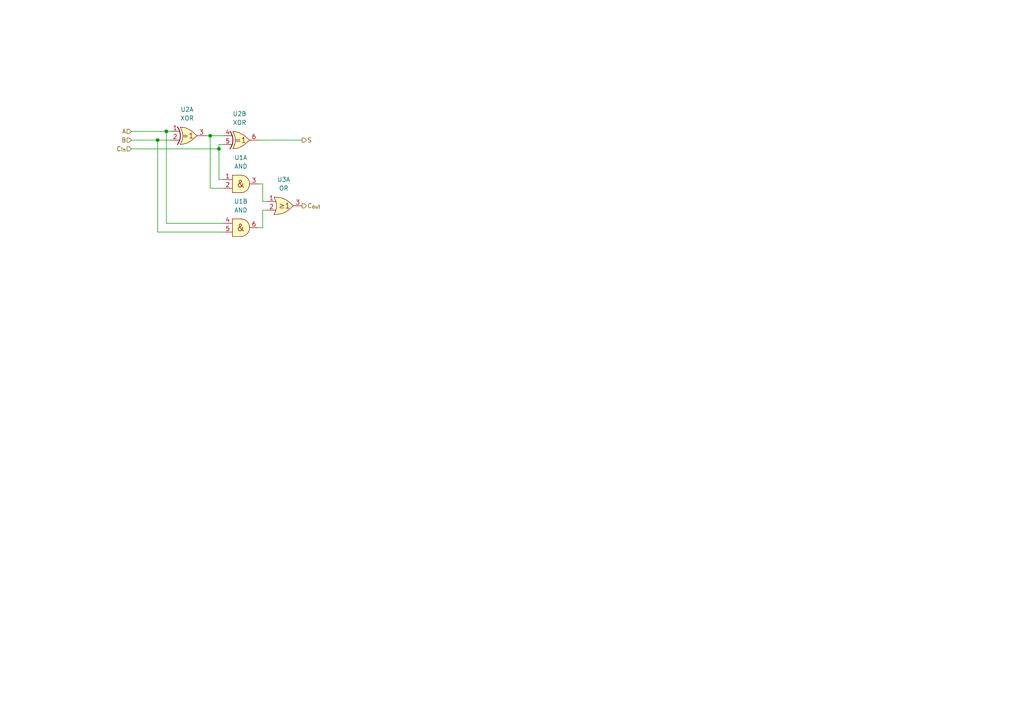
<source format=kicad_sch>
(kicad_sch (version 20230121) (generator eeschema)
  (paper "A4")
  (lib_symbols
    (symbol "small_logic:AND"
      (property "Reference" "U" (at 2.54 8.89 0))
      (property "Value" "AND" (at 2.54 6.35 0))
      (symbol "AND_1_1"
        (polyline (pts (xy 0.0873 2.54) (xy -2.4527 2.54) (xy -2.4527 -2.54) (xy 0.0873 -2.54)) (fill (type background)))
        (arc (start 0.0873 -2.54) (mid 2.5415 0) (end 0.0873 2.54) (fill (type background)))
        (text "&" (at 0 0 0) (effects (font (size 2 2))))
        (pin input line (at -5.08 1.27 0) (length 2.54) (name "") (number "1"))
        (pin input line (at -5.08 -1.27 0) (length 2.54) (name "") (number "2"))
        (pin output line (at 5.08 0 180) (length 2.54) (name "") (number "3"))
      )
      (symbol "AND_2_1"
        (polyline (pts (xy 0.0873 2.54) (xy -2.4527 2.54) (xy -2.4527 -2.54) (xy 0.0873 -2.54)) (fill (type background)))
        (arc (start 0.0873 -2.54) (mid 2.5415 0) (end 0.0873 2.54) (fill (type background)))
        (text "&" (at 0 0 0) (effects (font (size 2 2))))
        (pin input line (at -5.08 1.27 0) (length 2.54) (name "") (number "4"))
        (pin input line (at -5.08 -1.27 0) (length 2.54) (name "") (number "5"))
        (pin output line (at 5.08 0 180) (length 2.54) (name "") (number "6"))
      )
      (symbol "AND_3_1"
        (polyline (pts (xy 0.0873 2.54) (xy -2.4527 2.54) (xy -2.4527 -2.54) (xy 0.0873 -2.54)) (fill (type background)))
        (arc (start 0.0873 -2.54) (mid 2.5415 0) (end 0.0873 2.54) (fill (type background)))
        (text "&" (at 0 0 0) (effects (font (size 2 2))))
        (pin input line (at -5.08 -1.27 0) (length 2.54) (name "") (number "10"))
        (pin output line (at 5.08 0 180) (length 2.54) (name "") (number "8"))
        (pin input line (at -5.08 1.27 0) (length 2.54) (name "") (number "9"))
      )
      (symbol "AND_4_1"
        (polyline (pts (xy 0.0873 2.54) (xy -2.4527 2.54) (xy -2.4527 -2.54) (xy 0.0873 -2.54)) (fill (type background)))
        (arc (start 0.0873 -2.54) (mid 2.5415 0) (end 0.0873 2.54) (fill (type background)))
        (text "&" (at 0 0 0) (effects (font (size 2 2))))
        (pin output line (at 5.08 0 180) (length 2.54) (name "") (number "11"))
        (pin input line (at -5.08 1.27 0) (length 2.54) (name "") (number "12"))
        (pin input line (at -5.08 -1.27 0) (length 2.54) (name "") (number "13"))
      )
      (symbol "AND_5_1"
        (rectangle (start -2.54 5.08) (end 2.54 -5.08) (fill (type background)))
        (pin power_in line (at 0 7.62 270) (length 2.54) (name "VCC") (number "14"))
        (pin power_in line (at 0 -7.62 90) (length 2.54) (name "GND") (number "7"))
      )
    )
    (symbol "small_logic:OR"
      (property "Reference" "U" (at 2.54 8.89 0))
      (property "Value" "OR" (at 2.54 6.35 0))
      (symbol "OR_1_1"
        (polyline (pts (xy -3.048 2.54) (xy -2.54 1.27) (xy -2.286 0) (xy -2.54 -1.27) (xy -3.048 -2.54) (xy -0.762 -2.286) (xy 0.762 -1.524) (xy 2.54 0) (xy 0.762 1.524) (xy -0.762 2.286) (xy -3.048 2.54)) (fill (type background)))
        (text "≥1" (at -0.0945 0 0) (effects (font (size 1.5 1.5))))
        (pin input line (at -5.08 1.27 0) (length 2.54) (name "") (number "1"))
        (pin input line (at -5.08 -1.27 0) (length 2.54) (name "") (number "2"))
        (pin output line (at 5.08 0 180) (length 2.54) (name "") (number "3"))
      )
      (symbol "OR_2_1"
        (polyline (pts (xy -3.048 2.54) (xy -2.54 1.27) (xy -2.286 0) (xy -2.54 -1.27) (xy -3.048 -2.54) (xy -0.762 -2.286) (xy 0.762 -1.524) (xy 2.54 0) (xy 0.762 1.524) (xy -0.762 2.286) (xy -3.048 2.54)) (fill (type background)))
        (text "≥1" (at -0.0943 0 0) (effects (font (size 1.5 1.5))))
        (pin input line (at -5.08 1.27 0) (length 2.54) (name "") (number "4"))
        (pin input line (at -5.08 -1.27 0) (length 2.54) (name "") (number "5"))
        (pin output line (at 5.08 0 180) (length 2.54) (name "") (number "6"))
      )
      (symbol "OR_3_1"
        (polyline (pts (xy -3.048 2.54) (xy -2.54 1.27) (xy -2.286 0) (xy -2.54 -1.27) (xy -3.048 -2.54) (xy -0.762 -2.286) (xy 0.762 -1.524) (xy 2.54 0) (xy 0.762 1.524) (xy -0.762 2.286) (xy -3.048 2.54)) (fill (type background)))
        (text "≥1" (at -0.0943 0 0) (effects (font (size 1.5 1.5))))
        (pin input line (at -5.08 -1.27 0) (length 2.54) (name "") (number "10"))
        (pin output line (at 5.08 0 180) (length 2.54) (name "") (number "8"))
        (pin input line (at -5.08 1.27 0) (length 2.54) (name "") (number "9"))
      )
      (symbol "OR_4_1"
        (polyline (pts (xy -3.048 2.54) (xy -2.54 1.27) (xy -2.286 0) (xy -2.54 -1.27) (xy -3.048 -2.54) (xy -0.762 -2.286) (xy 0.762 -1.524) (xy 2.54 0) (xy 0.762 1.524) (xy -0.762 2.286) (xy -3.048 2.54)) (fill (type background)))
        (text "≥1" (at -0.0943 0 0) (effects (font (size 1.5 1.5))))
        (pin output line (at 5.08 0 180) (length 2.54) (name "") (number "11"))
        (pin input line (at -5.08 1.27 0) (length 2.54) (name "") (number "12"))
        (pin input line (at -5.08 -1.27 0) (length 2.54) (name "") (number "13"))
      )
      (symbol "OR_5_1"
        (rectangle (start -2.54 5.08) (end 2.54 -5.08) (fill (type background)))
        (pin power_in line (at 0 7.62 270) (length 2.54) (name "VCC") (number "14"))
        (pin power_in line (at 0 -7.62 90) (length 2.54) (name "GND") (number "7"))
      )
    )
    (symbol "small_logic:XOR"
      (property "Reference" "U" (at 2.54 8.89 0))
      (property "Value" "XOR" (at 2.54 6.35 0))
      (symbol "XOR_1_1"
        (arc (start -3.1425 -2.54) (mid -2.3106 0) (end -3.1425 2.54) (stroke (width 0.25)))
        (polyline (pts (xy -2.286 2.54) (xy -1.778 1.27) (xy -1.524 0) (xy -1.778 -1.27) (xy -2.286 -2.54) (xy -0.762 -2.286) (xy 0.762 -1.524) (xy 2.54 0) (xy 0.762 1.524) (xy -0.762 2.286) (xy -2.286 2.54)) (fill (type background)))
        (text "=1" (at -0.0945 0 0) (effects (font (size 1.5 1.5))))
        (pin input line (at -5.08 1.27 0) (length 2.54) (name "") (number "1"))
        (pin input line (at -5.08 -1.27 0) (length 2.54) (name "") (number "2"))
        (pin output line (at 5.08 0 180) (length 2.54) (name "") (number "3"))
      )
      (symbol "XOR_2_1"
        (arc (start -3.1423 -2.54) (mid -2.3104 0) (end -3.1423 2.54) (stroke (width 0.25)))
        (polyline (pts (xy -2.2858 2.54) (xy -1.7778 1.27) (xy -1.5238 0) (xy -1.7778 -1.27) (xy -2.2858 -2.54) (xy -0.7618 -2.286) (xy 0.7622 -1.524) (xy 2.5402 0) (xy 0.7622 1.524) (xy -0.7618 2.286) (xy -2.2858 2.54)) (fill (type background)))
        (text "=1" (at -0.0943 0 0) (effects (font (size 1.5 1.5))))
        (pin input line (at -5.08 1.27 0) (length 2.54) (name "") (number "4"))
        (pin input line (at -5.08 -1.27 0) (length 2.54) (name "") (number "5"))
        (pin output line (at 5.08 0 180) (length 2.54) (name "") (number "6"))
      )
      (symbol "XOR_3_1"
        (arc (start -3.1423 -2.54) (mid -2.3104 0) (end -3.1423 2.54) (stroke (width 0.25)))
        (polyline (pts (xy -2.2858 2.54) (xy -1.7778 1.27) (xy -1.5238 0) (xy -1.7778 -1.27) (xy -2.2858 -2.54) (xy -0.7618 -2.286) (xy 0.7622 -1.524) (xy 2.5402 0) (xy 0.7622 1.524) (xy -0.7618 2.286) (xy -2.2858 2.54)) (fill (type background)))
        (text "=1" (at -0.0943 0 0) (effects (font (size 1.5 1.5))))
        (pin input line (at -5.08 -1.27 0) (length 2.54) (name "") (number "10"))
        (pin output line (at 5.08 0 180) (length 2.54) (name "") (number "8"))
        (pin input line (at -5.08 1.27 0) (length 2.54) (name "") (number "9"))
      )
      (symbol "XOR_4_1"
        (arc (start -3.1423 -2.54) (mid -2.3104 0) (end -3.1423 2.54) (stroke (width 0.25)))
        (polyline (pts (xy -2.2858 2.54) (xy -1.7778 1.27) (xy -1.5238 0) (xy -1.7778 -1.27) (xy -2.2858 -2.54) (xy -0.7618 -2.286) (xy 0.7622 -1.524) (xy 2.5402 0) (xy 0.7622 1.524) (xy -0.7618 2.286) (xy -2.2858 2.54)) (fill (type background)))
        (text "=1" (at -0.0943 0 0) (effects (font (size 1.5 1.5))))
        (pin output line (at 5.08 0 180) (length 2.54) (name "") (number "11"))
        (pin input line (at -5.08 1.27 0) (length 2.54) (name "") (number "12"))
        (pin input line (at -5.08 -1.27 0) (length 2.54) (name "") (number "13"))
      )
      (symbol "XOR_5_1"
        (rectangle (start -2.54 5.08) (end 2.54 -5.08) (fill (type background)))
        (pin power_in line (at 0 7.62 270) (length 2.54) (name "VCC") (number "14"))
        (pin power_in line (at 0 -7.62 90) (length 2.54) (name "GND") (number "7"))
      )
    )
  )
  (junction (at 60.96 39.37))
  (junction (at 63.5 43.18))
  (junction (at 45.72 40.64))
  (junction (at 48.26 38.1))
  (wire (pts (xy 76.2 60.96) (xy 77.47 60.96)))
  (wire (pts (xy 63.5 41.91) (xy 63.5 43.18)))
  (wire (pts (xy 45.72 40.64) (xy 49.53 40.64)))
  (wire (pts (xy 74.93 66.04) (xy 76.2 66.04)))
  (wire (pts (xy 38.1 43.18) (xy 63.5 43.18)))
  (wire (pts (xy 60.96 39.37) (xy 64.77 39.37)))
  (wire (pts (xy 59.69 39.37) (xy 60.96 39.37)))
  (wire (pts (xy 38.1 38.1) (xy 48.26 38.1)))
  (wire (pts (xy 60.96 54.61) (xy 64.77 54.61)))
  (wire (pts (xy 64.77 67.31) (xy 45.72 67.31)))
  (wire (pts (xy 48.26 38.1) (xy 48.26 64.77)))
  (wire (pts (xy 76.2 53.34) (xy 74.93 53.34)))
  (wire (pts (xy 63.5 52.07) (xy 64.77 52.07)))
  (wire (pts (xy 63.5 43.18) (xy 63.5 52.07)))
  (wire (pts (xy 38.1 40.64) (xy 45.72 40.64)))
  (wire (pts (xy 48.26 64.77) (xy 64.77 64.77)))
  (wire (pts (xy 48.26 38.1) (xy 49.53 38.1)))
  (wire (pts (xy 45.72 67.31) (xy 45.72 40.64)))
  (wire (pts (xy 64.77 41.91) (xy 63.5 41.91)))
  (wire (pts (xy 60.96 39.37) (xy 60.96 54.61)))
  (wire (pts (xy 74.93 40.64) (xy 87.63 40.64)))
  (wire (pts (xy 76.2 66.04) (xy 76.2 60.96)))
  (wire (pts (xy 77.47 58.42) (xy 76.2 58.42)))
  (wire (pts (xy 76.2 58.42) (xy 76.2 53.34)))
  (hierarchical_label "S" (shape output) (at 87.63 40.64 0))
  (hierarchical_label "C_{out}" (shape output) (at 87.63 59.69 0))
  (hierarchical_label "A" (shape input) (at 38.1 38.1 180))
  (hierarchical_label "C_{in}" (shape input) (at 38.1 43.18 180))
  (hierarchical_label "B" (shape input) (at 38.1 40.64 180))
  (symbol (lib_id "small_logic:AND") (at 69.85 66.04 0) (unit 2)
    (property "Reference" "U1" (at 69.8507 58.42 0))
    (property "Value" "AND" (at 69.8507 60.96 0))
    (property "Footprint" "Package_DIP:DIP-14_W7.62mm_Socket" (effects hide))
    (instances (project "main" (path "" (reference "U1") (unit 2)) (path "" (reference "AND1") (unit 2)) (path "" (reference "AND1") (unit 4)) (path "" (reference "AND2") (unit 2)) (path "" (reference "AND2") (unit 4)) (path "" (reference "AND3") (unit 4)) (path "" (reference "AND3") (unit 2)) (path "" (reference "AND4") (unit 2)) (path "" (reference "AND4") (unit 4))))
  )
  (symbol (lib_id "small_logic:AND") (at 69.85 53.34 0) (unit 1)
    (property "Reference" "U1" (at 69.8507 45.72 0))
    (property "Value" "AND" (at 69.8507 48.26 0))
    (property "Footprint" "Package_DIP:DIP-14_W7.62mm_Socket" (effects hide))
    (instances (project "main" (path "" (reference "U1") (unit 1)) (path "" (reference "AND1") (unit 1)) (path "" (reference "AND1") (unit 3)) (path "" (reference "AND2") (unit 1)) (path "" (reference "AND2") (unit 3)) (path "" (reference "AND3") (unit 3)) (path "" (reference "AND3") (unit 1)) (path "" (reference "AND4") (unit 1)) (path "" (reference "AND4") (unit 3))))
  )
  (symbol (lib_id "small_logic:XOR") (at 54.61 39.37 0) (unit 1)
    (property "Reference" "U2" (at 54.2462 31.75 0))
    (property "Value" "XOR" (at 54.2462 34.29 0))
    (property "Footprint" "Package_DIP:DIP-14_W7.62mm_Socket" (effects hide))
    (instances (project "main" (path "" (reference "U2") (unit 1)) (path "" (reference "XOR1") (unit 1)) (path "" (reference "XOR1") (unit 3)) (path "" (reference "XOR2") (unit 1)) (path "" (reference "XOR2") (unit 3)) (path "" (reference "XOR3") (unit 3)) (path "" (reference "XOR3") (unit 1)) (path "" (reference "XOR4") (unit 1)) (path "" (reference "XOR4") (unit 3))))
  )
  (symbol (lib_id "small_logic:XOR") (at 69.85 40.64 0) (unit 2)
    (property "Reference" "U2" (at 69.4864 33.02 0))
    (property "Value" "XOR" (at 69.4864 35.56 0))
    (property "Footprint" "Package_DIP:DIP-14_W7.62mm_Socket" (effects hide))
    (instances (project "main" (path "" (reference "U2") (unit 2)) (path "" (reference "XOR1") (unit 2)) (path "" (reference "XOR1") (unit 4)) (path "" (reference "XOR2") (unit 2)) (path "" (reference "XOR2") (unit 4)) (path "" (reference "XOR3") (unit 4)) (path "" (reference "XOR3") (unit 2)) (path "" (reference "XOR4") (unit 2)) (path "" (reference "XOR4") (unit 4))))
  )
  (symbol (lib_id "small_logic:OR") (at 82.55 59.69 0) (unit 1)
    (property "Reference" "U3" (at 82.296 52.07 0))
    (property "Value" "OR" (at 82.296 54.61 0))
    (property "Footprint" "Package_DIP:DIP-14_W7.62mm_Socket" (effects hide))
    (instances (project "main" (path "" (reference "U3") (unit 1)) (path "" (reference "OR1") (unit 1)) (path "" (reference "OR1") (unit 2)) (path "" (reference "OR1") (unit 3)) (path "" (reference "OR1") (unit 4)) (path "" (reference "OR2") (unit 2)) (path "" (reference "OR2") (unit 1)) (path "" (reference "OR2") (unit 3)) (path "" (reference "OR2") (unit 4))))
  )
)
</source>
